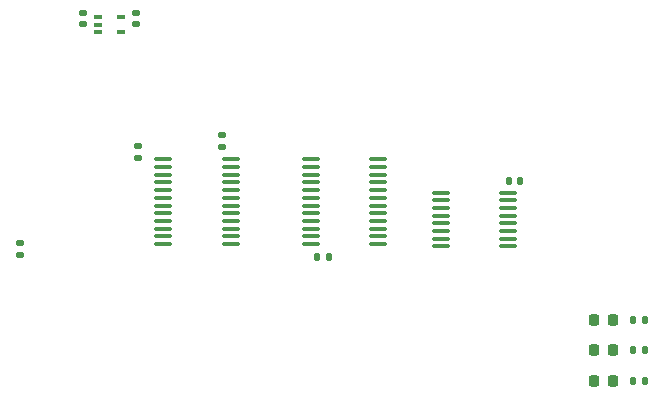
<source format=gbr>
%TF.GenerationSoftware,KiCad,Pcbnew,7.0.1*%
%TF.CreationDate,2024-10-26T16:26:52-04:00*%
%TF.ProjectId,BusChain,42757343-6861-4696-9e2e-6b696361645f,rev?*%
%TF.SameCoordinates,Original*%
%TF.FileFunction,Paste,Top*%
%TF.FilePolarity,Positive*%
%FSLAX46Y46*%
G04 Gerber Fmt 4.6, Leading zero omitted, Abs format (unit mm)*
G04 Created by KiCad (PCBNEW 7.0.1) date 2024-10-26 16:26:52*
%MOMM*%
%LPD*%
G01*
G04 APERTURE LIST*
G04 Aperture macros list*
%AMRoundRect*
0 Rectangle with rounded corners*
0 $1 Rounding radius*
0 $2 $3 $4 $5 $6 $7 $8 $9 X,Y pos of 4 corners*
0 Add a 4 corners polygon primitive as box body*
4,1,4,$2,$3,$4,$5,$6,$7,$8,$9,$2,$3,0*
0 Add four circle primitives for the rounded corners*
1,1,$1+$1,$2,$3*
1,1,$1+$1,$4,$5*
1,1,$1+$1,$6,$7*
1,1,$1+$1,$8,$9*
0 Add four rect primitives between the rounded corners*
20,1,$1+$1,$2,$3,$4,$5,0*
20,1,$1+$1,$4,$5,$6,$7,0*
20,1,$1+$1,$6,$7,$8,$9,0*
20,1,$1+$1,$8,$9,$2,$3,0*%
G04 Aperture macros list end*
%ADD10RoundRect,0.218750X0.218750X0.256250X-0.218750X0.256250X-0.218750X-0.256250X0.218750X-0.256250X0*%
%ADD11RoundRect,0.100000X-0.637500X-0.100000X0.637500X-0.100000X0.637500X0.100000X-0.637500X0.100000X0*%
%ADD12RoundRect,0.135000X-0.135000X-0.185000X0.135000X-0.185000X0.135000X0.185000X-0.135000X0.185000X0*%
%ADD13R,0.650000X0.400000*%
%ADD14RoundRect,0.140000X0.140000X0.170000X-0.140000X0.170000X-0.140000X-0.170000X0.140000X-0.170000X0*%
%ADD15RoundRect,0.135000X0.185000X-0.135000X0.185000X0.135000X-0.185000X0.135000X-0.185000X-0.135000X0*%
%ADD16RoundRect,0.140000X-0.170000X0.140000X-0.170000X-0.140000X0.170000X-0.140000X0.170000X0.140000X0*%
%ADD17RoundRect,0.100000X0.637500X0.100000X-0.637500X0.100000X-0.637500X-0.100000X0.637500X-0.100000X0*%
G04 APERTURE END LIST*
D10*
%TO.C,D3*%
X69750000Y-52680000D03*
X68175000Y-52680000D03*
%TD*%
%TO.C,D1*%
X69750000Y-47500000D03*
X68175000Y-47500000D03*
%TD*%
D11*
%TO.C,U5*%
X31637500Y-33925000D03*
X31637500Y-34575000D03*
X31637500Y-35225000D03*
X31637500Y-35875000D03*
X31637500Y-36525000D03*
X31637500Y-37175000D03*
X31637500Y-37825000D03*
X31637500Y-38475000D03*
X31637500Y-39125000D03*
X31637500Y-39775000D03*
X31637500Y-40425000D03*
X31637500Y-41075000D03*
X37362500Y-41075000D03*
X37362500Y-40425000D03*
X37362500Y-39775000D03*
X37362500Y-39125000D03*
X37362500Y-38475000D03*
X37362500Y-37825000D03*
X37362500Y-37175000D03*
X37362500Y-36525000D03*
X37362500Y-35875000D03*
X37362500Y-35225000D03*
X37362500Y-34575000D03*
X37362500Y-33925000D03*
%TD*%
D12*
%TO.C,R3*%
X71402500Y-47500000D03*
X72422500Y-47500000D03*
%TD*%
D13*
%TO.C,U2*%
X26150000Y-21850000D03*
X26150000Y-22500000D03*
X26150000Y-23150000D03*
X28050000Y-23150000D03*
X28050000Y-21850000D03*
%TD*%
D12*
%TO.C,R5*%
X71402500Y-52700000D03*
X72422500Y-52700000D03*
%TD*%
%TO.C,R4*%
X71402500Y-50100000D03*
X72422500Y-50100000D03*
%TD*%
D14*
%TO.C,C3*%
X61880000Y-35750000D03*
X60920000Y-35750000D03*
%TD*%
%TO.C,C5*%
X45680000Y-42150000D03*
X44720000Y-42150000D03*
%TD*%
D11*
%TO.C,U4*%
X55137500Y-36725000D03*
X55137500Y-37375000D03*
X55137500Y-38025000D03*
X55137500Y-38675000D03*
X55137500Y-39325000D03*
X55137500Y-39975000D03*
X55137500Y-40625000D03*
X55137500Y-41275000D03*
X60862500Y-41275000D03*
X60862500Y-40625000D03*
X60862500Y-39975000D03*
X60862500Y-39325000D03*
X60862500Y-38675000D03*
X60862500Y-38025000D03*
X60862500Y-37375000D03*
X60862500Y-36725000D03*
%TD*%
D15*
%TO.C,R2*%
X29500000Y-33810000D03*
X29500000Y-32790000D03*
%TD*%
D10*
%TO.C,D2*%
X69750000Y-50090000D03*
X68175000Y-50090000D03*
%TD*%
D16*
%TO.C,C1*%
X24850000Y-21520000D03*
X24850000Y-22480000D03*
%TD*%
D15*
%TO.C,R1*%
X19500000Y-42020000D03*
X19500000Y-41000000D03*
%TD*%
D17*
%TO.C,U6*%
X49862500Y-41075000D03*
X49862500Y-40425000D03*
X49862500Y-39775000D03*
X49862500Y-39125000D03*
X49862500Y-38475000D03*
X49862500Y-37825000D03*
X49862500Y-37175000D03*
X49862500Y-36525000D03*
X49862500Y-35875000D03*
X49862500Y-35225000D03*
X49862500Y-34575000D03*
X49862500Y-33925000D03*
X44137500Y-33925000D03*
X44137500Y-34575000D03*
X44137500Y-35225000D03*
X44137500Y-35875000D03*
X44137500Y-36525000D03*
X44137500Y-37175000D03*
X44137500Y-37825000D03*
X44137500Y-38475000D03*
X44137500Y-39125000D03*
X44137500Y-39775000D03*
X44137500Y-40425000D03*
X44137500Y-41075000D03*
%TD*%
D16*
%TO.C,C2*%
X29350000Y-21520000D03*
X29350000Y-22480000D03*
%TD*%
%TO.C,C4*%
X36600000Y-31870000D03*
X36600000Y-32830000D03*
%TD*%
M02*

</source>
